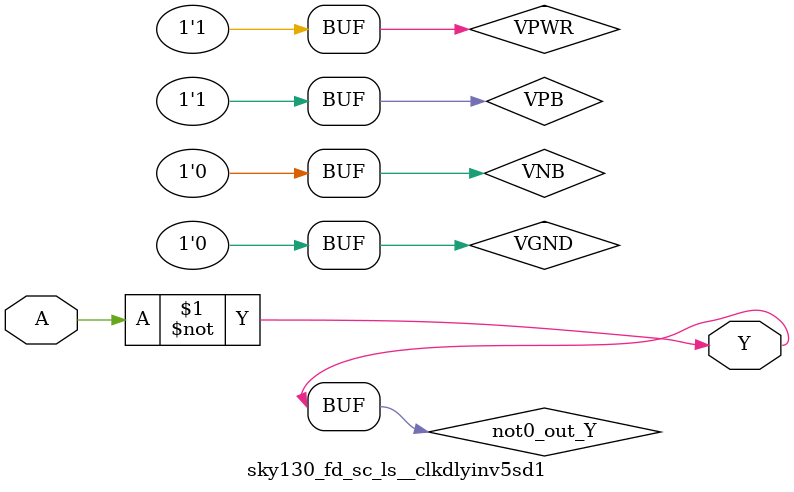
<source format=v>
/*
 * Copyright 2020 The SkyWater PDK Authors
 *
 * Licensed under the Apache License, Version 2.0 (the "License");
 * you may not use this file except in compliance with the License.
 * You may obtain a copy of the License at
 *
 *     https://www.apache.org/licenses/LICENSE-2.0
 *
 * Unless required by applicable law or agreed to in writing, software
 * distributed under the License is distributed on an "AS IS" BASIS,
 * WITHOUT WARRANTIES OR CONDITIONS OF ANY KIND, either express or implied.
 * See the License for the specific language governing permissions and
 * limitations under the License.
 *
 * SPDX-License-Identifier: Apache-2.0
*/


`ifndef SKY130_FD_SC_LS__CLKDLYINV5SD1_BEHAVIORAL_V
`define SKY130_FD_SC_LS__CLKDLYINV5SD1_BEHAVIORAL_V

/**
 * clkdlyinv5sd1: Clock Delay Inverter 5-stage 0.15um length inner
 *                stage gate.
 *
 * Verilog simulation functional model.
 */

`timescale 1ns / 1ps
`default_nettype none

`celldefine
module sky130_fd_sc_ls__clkdlyinv5sd1 (
    Y,
    A
);

    // Module ports
    output Y;
    input  A;

    // Module supplies
    supply1 VPWR;
    supply0 VGND;
    supply1 VPB ;
    supply0 VNB ;

    // Local signals
    wire not0_out_Y;

    //  Name  Output      Other arguments
    not not0 (not0_out_Y, A              );
    buf buf0 (Y         , not0_out_Y     );

endmodule
`endcelldefine

`default_nettype wire
`endif  // SKY130_FD_SC_LS__CLKDLYINV5SD1_BEHAVIORAL_V
</source>
